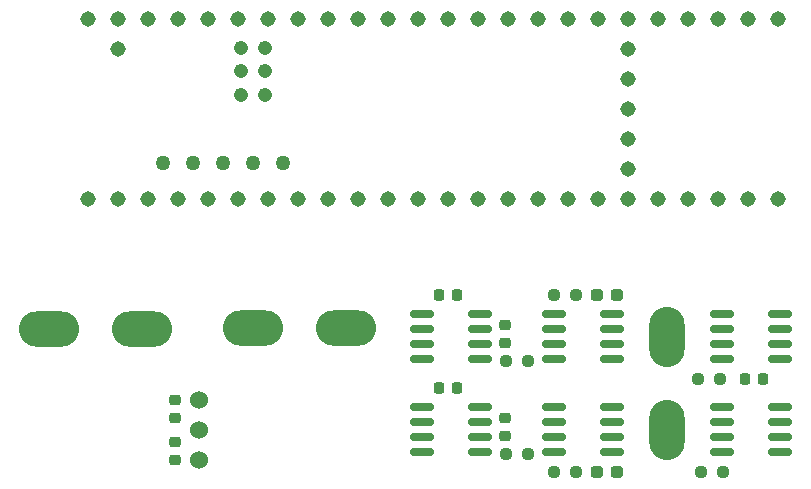
<source format=gts>
G04 #@! TF.GenerationSoftware,KiCad,Pcbnew,(6.0.8)*
G04 #@! TF.CreationDate,2022-10-20T16:10:57-05:00*
G04 #@! TF.ProjectId,H-Bridge,482d4272-6964-4676-952e-6b696361645f,rev?*
G04 #@! TF.SameCoordinates,Original*
G04 #@! TF.FileFunction,Soldermask,Top*
G04 #@! TF.FilePolarity,Negative*
%FSLAX46Y46*%
G04 Gerber Fmt 4.6, Leading zero omitted, Abs format (unit mm)*
G04 Created by KiCad (PCBNEW (6.0.8)) date 2022-10-20 16:10:57*
%MOMM*%
%LPD*%
G01*
G04 APERTURE LIST*
G04 Aperture macros list*
%AMRoundRect*
0 Rectangle with rounded corners*
0 $1 Rounding radius*
0 $2 $3 $4 $5 $6 $7 $8 $9 X,Y pos of 4 corners*
0 Add a 4 corners polygon primitive as box body*
4,1,4,$2,$3,$4,$5,$6,$7,$8,$9,$2,$3,0*
0 Add four circle primitives for the rounded corners*
1,1,$1+$1,$2,$3*
1,1,$1+$1,$4,$5*
1,1,$1+$1,$6,$7*
1,1,$1+$1,$8,$9*
0 Add four rect primitives between the rounded corners*
20,1,$1+$1,$2,$3,$4,$5,0*
20,1,$1+$1,$4,$5,$6,$7,0*
20,1,$1+$1,$6,$7,$8,$9,0*
20,1,$1+$1,$8,$9,$2,$3,0*%
G04 Aperture macros list end*
%ADD10RoundRect,0.237500X-0.250000X-0.237500X0.250000X-0.237500X0.250000X0.237500X-0.250000X0.237500X0*%
%ADD11RoundRect,0.225000X-0.250000X0.225000X-0.250000X-0.225000X0.250000X-0.225000X0.250000X0.225000X0*%
%ADD12RoundRect,0.218750X0.218750X0.256250X-0.218750X0.256250X-0.218750X-0.256250X0.218750X-0.256250X0*%
%ADD13RoundRect,0.237500X-0.287500X-0.237500X0.287500X-0.237500X0.287500X0.237500X-0.287500X0.237500X0*%
%ADD14O,5.100000X3.000000*%
%ADD15RoundRect,0.150000X-0.825000X-0.150000X0.825000X-0.150000X0.825000X0.150000X-0.825000X0.150000X0*%
%ADD16C,1.308000*%
%ADD17C,1.258000*%
%ADD18C,1.208000*%
%ADD19RoundRect,0.225000X-0.225000X-0.250000X0.225000X-0.250000X0.225000X0.250000X-0.225000X0.250000X0*%
%ADD20RoundRect,0.237500X0.250000X0.237500X-0.250000X0.237500X-0.250000X-0.237500X0.250000X-0.237500X0*%
%ADD21RoundRect,0.225000X0.250000X-0.225000X0.250000X0.225000X-0.250000X0.225000X-0.250000X-0.225000X0*%
%ADD22C,1.524000*%
%ADD23O,3.000000X5.100000*%
G04 APERTURE END LIST*
D10*
X98147500Y-76962000D03*
X99972500Y-76962000D03*
D11*
X98044000Y-73901000D03*
X98044000Y-75451000D03*
D10*
X98147500Y-84836000D03*
X99972500Y-84836000D03*
D12*
X94005500Y-79248000D03*
X92430500Y-79248000D03*
D11*
X70104000Y-80264000D03*
X70104000Y-81814000D03*
D13*
X105805000Y-71374000D03*
X107555000Y-71374000D03*
D14*
X76708000Y-74232800D03*
X84582000Y-74232800D03*
D15*
X90997000Y-80899000D03*
X90997000Y-82169000D03*
X90997000Y-83439000D03*
X90997000Y-84709000D03*
X95947000Y-84709000D03*
X95947000Y-83439000D03*
X95947000Y-82169000D03*
X95947000Y-80899000D03*
X90997000Y-73025000D03*
X90997000Y-74295000D03*
X90997000Y-75565000D03*
X90997000Y-76835000D03*
X95947000Y-76835000D03*
X95947000Y-75565000D03*
X95947000Y-74295000D03*
X95947000Y-73025000D03*
D16*
X65278000Y-63246000D03*
X67818000Y-63246000D03*
X70358000Y-63246000D03*
X72898000Y-63246000D03*
X98298000Y-63246000D03*
X67818000Y-48006000D03*
X108458000Y-58166000D03*
X75438000Y-63246000D03*
X77978000Y-63246000D03*
D17*
X69088000Y-60196000D03*
D16*
X80518000Y-63246000D03*
X83058000Y-63246000D03*
X85598000Y-63246000D03*
X88138000Y-63246000D03*
X90678000Y-63246000D03*
X93218000Y-63246000D03*
X95758000Y-63246000D03*
X95758000Y-48006000D03*
X93218000Y-48006000D03*
X90678000Y-48006000D03*
X88138000Y-48006000D03*
X85598000Y-48006000D03*
X83058000Y-48006000D03*
X80518000Y-48006000D03*
X77978000Y-48006000D03*
X75438000Y-48006000D03*
X72898000Y-48006000D03*
X70358000Y-48006000D03*
X100838000Y-63246000D03*
X103378000Y-63246000D03*
X105918000Y-63246000D03*
X108458000Y-63246000D03*
X110998000Y-63246000D03*
X113538000Y-63246000D03*
X116078000Y-63246000D03*
X118618000Y-63246000D03*
X121158000Y-63246000D03*
X121158000Y-48006000D03*
X118618000Y-48006000D03*
X116078000Y-48006000D03*
X113538000Y-48006000D03*
X110998000Y-48006000D03*
X108458000Y-48006000D03*
X105918000Y-48006000D03*
X103378000Y-48006000D03*
X100838000Y-48006000D03*
D17*
X74168000Y-60196000D03*
X71628000Y-60196000D03*
D16*
X62738000Y-63246000D03*
X98298000Y-48006000D03*
X65278000Y-48006000D03*
X108458000Y-55626000D03*
D18*
X77708000Y-52456000D03*
X75708000Y-52456000D03*
D16*
X108458000Y-50546000D03*
X108458000Y-53086000D03*
D18*
X75708000Y-50456000D03*
X77708000Y-50456000D03*
X77708000Y-54456000D03*
X75708000Y-54456000D03*
D17*
X76708000Y-60196000D03*
X79248000Y-60196000D03*
D16*
X108458000Y-60706000D03*
X62738000Y-48006000D03*
X65278000Y-50546000D03*
D15*
X102173000Y-73025000D03*
X102173000Y-74295000D03*
X102173000Y-75565000D03*
X102173000Y-76835000D03*
X107123000Y-76835000D03*
X107123000Y-75565000D03*
X107123000Y-74295000D03*
X107123000Y-73025000D03*
X116397000Y-73025000D03*
X116397000Y-74295000D03*
X116397000Y-75565000D03*
X116397000Y-76835000D03*
X121347000Y-76835000D03*
X121347000Y-75565000D03*
X121347000Y-74295000D03*
X121347000Y-73025000D03*
D10*
X114657500Y-86360000D03*
X116482500Y-86360000D03*
D12*
X94005500Y-71374000D03*
X92430500Y-71374000D03*
D10*
X114403500Y-78486000D03*
X116228500Y-78486000D03*
D11*
X98044000Y-81775000D03*
X98044000Y-83325000D03*
D19*
X118351000Y-78486000D03*
X119901000Y-78486000D03*
D15*
X102173000Y-80899000D03*
X102173000Y-82169000D03*
X102173000Y-83439000D03*
X102173000Y-84709000D03*
X107123000Y-84709000D03*
X107123000Y-83439000D03*
X107123000Y-82169000D03*
X107123000Y-80899000D03*
D20*
X104036500Y-71374000D03*
X102211500Y-71374000D03*
D21*
X70104000Y-85370000D03*
X70104000Y-83820000D03*
D20*
X104036500Y-86360000D03*
X102211500Y-86360000D03*
D13*
X105805000Y-86360000D03*
X107555000Y-86360000D03*
D14*
X59478000Y-74288600D03*
X67352000Y-74288600D03*
D15*
X116397000Y-80899000D03*
X116397000Y-82169000D03*
X116397000Y-83439000D03*
X116397000Y-84709000D03*
X121347000Y-84709000D03*
X121347000Y-83439000D03*
X121347000Y-82169000D03*
X121347000Y-80899000D03*
D22*
X72136000Y-85344000D03*
X72136000Y-82804000D03*
X72136000Y-80264000D03*
D23*
X111760000Y-74930000D03*
X111760000Y-82804000D03*
M02*

</source>
